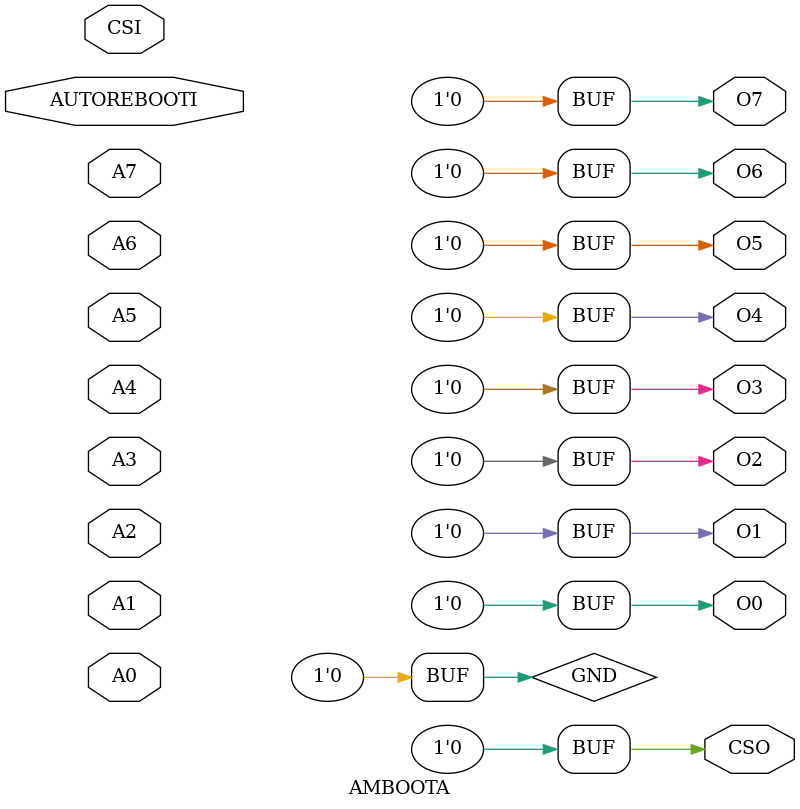
<source format=v>
`resetall
`timescale 1 ns / 1 ps

`celldefine

module AMBOOTA (CSI, AUTOREBOOTI, A7, A6, A5, A4, A3, A2, A1, A0,
                CSO, O7, O6, O5, O4, O3, O2, O1, O0);
  input CSI, AUTOREBOOTI, A7, A6, A5, A4, A3, A2, A1, A0;
  output CSO, O7, O6, O5, O4, O3, O2, O1, O0;

parameter CS_SS = "STATIC";
parameter AUTOREBOOT = "OFF";
parameter CS_SS_VAL = "CHIP1";
parameter SECTOR_ADDRESS = "0x00";

supply0 GND;
buf (CSO, GND);
buf (O0, GND);
buf (O1, GND);
buf (O2, GND);
buf (O3, GND);
buf (O4, GND);
buf (O5, GND);
buf (O6, GND);
buf (O7, GND);

endmodule 

`endcelldefine

</source>
